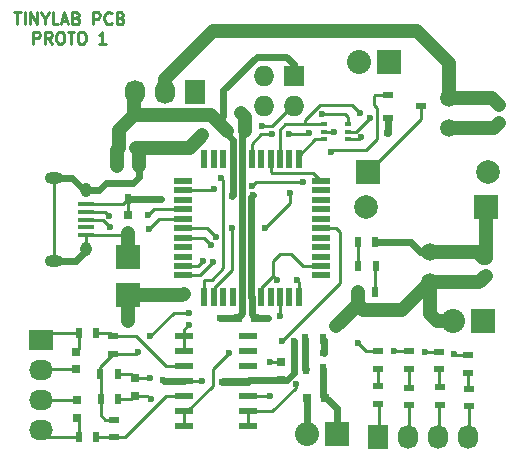
<source format=gbr>
G04 #@! TF.FileFunction,Copper,L1,Top,Signal*
%FSLAX46Y46*%
G04 Gerber Fmt 4.6, Leading zero omitted, Abs format (unit mm)*
G04 Created by KiCad (PCBNEW (2015-08-05 BZR 6055, Git fa29c62)-product) date 28/09/2015 12:51:56 PM*
%MOMM*%
G01*
G04 APERTURE LIST*
%ADD10C,0.100000*%
%ADD11C,0.250000*%
%ADD12R,0.750000X0.800000*%
%ADD13R,0.800000X0.750000*%
%ADD14C,1.501140*%
%ADD15C,1.998980*%
%ADD16R,1.998980X1.998980*%
%ADD17R,2.000000X2.000000*%
%ADD18R,1.600000X0.560000*%
%ADD19R,0.560000X1.600000*%
%ADD20R,2.032000X1.727200*%
%ADD21O,2.032000X1.727200*%
%ADD22R,1.350000X0.400000*%
%ADD23O,0.950000X1.250000*%
%ADD24O,1.550000X1.000000*%
%ADD25R,1.727200X2.032000*%
%ADD26O,1.727200X2.032000*%
%ADD27R,1.727200X1.727200*%
%ADD28O,1.727200X1.727200*%
%ADD29R,2.032000X2.032000*%
%ADD30O,2.032000X2.032000*%
%ADD31R,0.900000X0.600000*%
%ADD32R,0.500000X0.900000*%
%ADD33R,0.900000X0.500000*%
%ADD34R,0.600000X0.900000*%
%ADD35R,1.500000X0.600000*%
%ADD36R,0.508000X0.304800*%
%ADD37C,0.600000*%
%ADD38C,0.254000*%
%ADD39C,0.580000*%
%ADD40C,1.160000*%
G04 APERTURE END LIST*
D10*
D11*
X33988644Y-118352821D02*
X34560073Y-118352821D01*
X34274358Y-119352821D02*
X34274358Y-118352821D01*
X34893406Y-119352821D02*
X34893406Y-118352821D01*
X35369596Y-119352821D02*
X35369596Y-118352821D01*
X35941025Y-119352821D01*
X35941025Y-118352821D01*
X36607691Y-118876630D02*
X36607691Y-119352821D01*
X36274358Y-118352821D02*
X36607691Y-118876630D01*
X36941025Y-118352821D01*
X37750549Y-119352821D02*
X37274358Y-119352821D01*
X37274358Y-118352821D01*
X38036263Y-119067107D02*
X38512454Y-119067107D01*
X37941025Y-119352821D02*
X38274358Y-118352821D01*
X38607692Y-119352821D01*
X39274359Y-118829011D02*
X39417216Y-118876630D01*
X39464835Y-118924250D01*
X39512454Y-119019488D01*
X39512454Y-119162345D01*
X39464835Y-119257583D01*
X39417216Y-119305202D01*
X39321978Y-119352821D01*
X38941025Y-119352821D01*
X38941025Y-118352821D01*
X39274359Y-118352821D01*
X39369597Y-118400440D01*
X39417216Y-118448059D01*
X39464835Y-118543297D01*
X39464835Y-118638535D01*
X39417216Y-118733773D01*
X39369597Y-118781392D01*
X39274359Y-118829011D01*
X38941025Y-118829011D01*
X40702930Y-119352821D02*
X40702930Y-118352821D01*
X41083883Y-118352821D01*
X41179121Y-118400440D01*
X41226740Y-118448059D01*
X41274359Y-118543297D01*
X41274359Y-118686154D01*
X41226740Y-118781392D01*
X41179121Y-118829011D01*
X41083883Y-118876630D01*
X40702930Y-118876630D01*
X42274359Y-119257583D02*
X42226740Y-119305202D01*
X42083883Y-119352821D01*
X41988645Y-119352821D01*
X41845787Y-119305202D01*
X41750549Y-119209964D01*
X41702930Y-119114726D01*
X41655311Y-118924250D01*
X41655311Y-118781392D01*
X41702930Y-118590916D01*
X41750549Y-118495678D01*
X41845787Y-118400440D01*
X41988645Y-118352821D01*
X42083883Y-118352821D01*
X42226740Y-118400440D01*
X42274359Y-118448059D01*
X43036264Y-118829011D02*
X43179121Y-118876630D01*
X43226740Y-118924250D01*
X43274359Y-119019488D01*
X43274359Y-119162345D01*
X43226740Y-119257583D01*
X43179121Y-119305202D01*
X43083883Y-119352821D01*
X42702930Y-119352821D01*
X42702930Y-118352821D01*
X43036264Y-118352821D01*
X43131502Y-118400440D01*
X43179121Y-118448059D01*
X43226740Y-118543297D01*
X43226740Y-118638535D01*
X43179121Y-118733773D01*
X43131502Y-118781392D01*
X43036264Y-118829011D01*
X42702930Y-118829011D01*
X35631501Y-121002821D02*
X35631501Y-120002821D01*
X36012454Y-120002821D01*
X36107692Y-120050440D01*
X36155311Y-120098059D01*
X36202930Y-120193297D01*
X36202930Y-120336154D01*
X36155311Y-120431392D01*
X36107692Y-120479011D01*
X36012454Y-120526630D01*
X35631501Y-120526630D01*
X37202930Y-121002821D02*
X36869596Y-120526630D01*
X36631501Y-121002821D02*
X36631501Y-120002821D01*
X37012454Y-120002821D01*
X37107692Y-120050440D01*
X37155311Y-120098059D01*
X37202930Y-120193297D01*
X37202930Y-120336154D01*
X37155311Y-120431392D01*
X37107692Y-120479011D01*
X37012454Y-120526630D01*
X36631501Y-120526630D01*
X37821977Y-120002821D02*
X38012454Y-120002821D01*
X38107692Y-120050440D01*
X38202930Y-120145678D01*
X38250549Y-120336154D01*
X38250549Y-120669488D01*
X38202930Y-120859964D01*
X38107692Y-120955202D01*
X38012454Y-121002821D01*
X37821977Y-121002821D01*
X37726739Y-120955202D01*
X37631501Y-120859964D01*
X37583882Y-120669488D01*
X37583882Y-120336154D01*
X37631501Y-120145678D01*
X37726739Y-120050440D01*
X37821977Y-120002821D01*
X38536263Y-120002821D02*
X39107692Y-120002821D01*
X38821977Y-121002821D02*
X38821977Y-120002821D01*
X39631501Y-120002821D02*
X39821978Y-120002821D01*
X39917216Y-120050440D01*
X40012454Y-120145678D01*
X40060073Y-120336154D01*
X40060073Y-120669488D01*
X40012454Y-120859964D01*
X39917216Y-120955202D01*
X39821978Y-121002821D01*
X39631501Y-121002821D01*
X39536263Y-120955202D01*
X39441025Y-120859964D01*
X39393406Y-120669488D01*
X39393406Y-120336154D01*
X39441025Y-120145678D01*
X39536263Y-120050440D01*
X39631501Y-120002821D01*
X41774359Y-121002821D02*
X41202930Y-121002821D01*
X41488644Y-121002821D02*
X41488644Y-120002821D01*
X41393406Y-120145678D01*
X41298168Y-120240916D01*
X41202930Y-120288535D01*
D12*
X39319200Y-152682640D03*
X39319200Y-151182640D03*
X39278560Y-147088160D03*
X39278560Y-148588160D03*
X43682920Y-135526080D03*
X43682920Y-137026080D03*
D13*
X42864340Y-129816860D03*
X44364340Y-129816860D03*
D12*
X44226480Y-150805580D03*
X44226480Y-149305580D03*
D14*
X70855840Y-128137920D03*
X70855840Y-125597920D03*
D13*
X58795220Y-150964900D03*
X60295220Y-150964900D03*
D12*
X75072240Y-126224600D03*
X75072240Y-127724600D03*
X56596280Y-147961920D03*
X56596280Y-149461920D03*
D14*
X69230240Y-141175740D03*
X69230240Y-138635740D03*
D12*
X73941940Y-139143040D03*
X73941940Y-140643040D03*
D15*
X63820040Y-134800340D03*
D16*
X73980040Y-134800340D03*
D17*
X43665140Y-139105840D03*
X43665140Y-142305840D03*
D18*
X59977400Y-140626600D03*
X59977400Y-139826600D03*
X59977400Y-139026600D03*
X59977400Y-138226600D03*
X59977400Y-137426600D03*
X59977400Y-136626600D03*
X59977400Y-135826600D03*
X59977400Y-135026600D03*
X59977400Y-134226600D03*
X59977400Y-133426600D03*
X59977400Y-132626600D03*
D19*
X58127400Y-130776600D03*
X57327400Y-130776600D03*
X56527400Y-130776600D03*
X55727400Y-130776600D03*
X54927400Y-130776600D03*
X54127400Y-130776600D03*
X53327400Y-130776600D03*
X52527400Y-130776600D03*
X51727400Y-130776600D03*
X50927400Y-130776600D03*
X50127400Y-130776600D03*
D18*
X48277400Y-132626600D03*
X48277400Y-133426600D03*
X48277400Y-134226600D03*
X48277400Y-135026600D03*
X48277400Y-135826600D03*
X48277400Y-136626600D03*
X48277400Y-137426600D03*
X48277400Y-138226600D03*
X48277400Y-139026600D03*
X48277400Y-139826600D03*
X48277400Y-140626600D03*
D19*
X50127400Y-142476600D03*
X50927400Y-142476600D03*
X51727400Y-142476600D03*
X52527400Y-142476600D03*
X53327400Y-142476600D03*
X54127400Y-142476600D03*
X54927400Y-142476600D03*
X55727400Y-142476600D03*
X56527400Y-142476600D03*
X57327400Y-142476600D03*
X58127400Y-142476600D03*
D15*
X74117200Y-131899660D03*
D16*
X63957200Y-131899660D03*
D20*
X36258500Y-146100800D03*
D21*
X36258500Y-148640800D03*
X36258500Y-151180800D03*
X36258500Y-153720800D03*
D22*
X40127360Y-134599260D03*
X40127360Y-135249260D03*
X40127360Y-135899260D03*
X40127360Y-136549260D03*
X40127360Y-137199260D03*
D23*
X40127360Y-133399260D03*
X40127360Y-138399260D03*
D24*
X37427360Y-132399260D03*
X37427360Y-139399260D03*
D25*
X64861440Y-154310080D03*
D26*
X67401440Y-154310080D03*
X69941440Y-154310080D03*
X72481440Y-154310080D03*
D27*
X57718960Y-123718320D03*
D28*
X57718960Y-126258320D03*
X55178960Y-123718320D03*
X55178960Y-126258320D03*
D25*
X49342040Y-125089920D03*
D26*
X46802040Y-125089920D03*
X44262040Y-125089920D03*
D29*
X61328300Y-154012900D03*
D30*
X58788300Y-154012900D03*
D29*
X73741280Y-144505680D03*
D30*
X71201280Y-144505680D03*
D29*
X65714880Y-122570240D03*
D30*
X63174880Y-122570240D03*
D31*
X68435680Y-126309120D03*
X65635680Y-127259120D03*
X65635680Y-125359120D03*
D32*
X40983600Y-154289760D03*
X39483600Y-154289760D03*
X40968360Y-145481040D03*
X39468360Y-145481040D03*
D33*
X42484040Y-154338720D03*
X42484040Y-152838720D03*
X42400220Y-147272440D03*
X42400220Y-145772440D03*
D32*
X42827640Y-151102060D03*
X41327640Y-151102060D03*
X42771760Y-149009100D03*
X41271760Y-149009100D03*
D33*
X72517000Y-150209820D03*
X72517000Y-151709820D03*
X70081140Y-150059960D03*
X70081140Y-151559960D03*
X67487800Y-150133620D03*
X67487800Y-151633620D03*
X64823340Y-150019320D03*
X64823340Y-151519320D03*
X72478900Y-147352320D03*
X72478900Y-148852320D03*
X70004940Y-147088160D03*
X70004940Y-148588160D03*
X67449700Y-147047520D03*
X67449700Y-148547520D03*
X64785240Y-147009420D03*
X64785240Y-148509420D03*
D32*
X58673300Y-146011900D03*
X60173300Y-146011900D03*
X60198700Y-148577300D03*
X58698700Y-148577300D03*
X64608140Y-137822940D03*
X63108140Y-137822940D03*
X63146240Y-139816840D03*
X64646240Y-139816840D03*
X64608140Y-141988540D03*
X63108140Y-141988540D03*
D34*
X43642280Y-134191200D03*
X42692280Y-131391200D03*
X44592280Y-131391200D03*
D35*
X48417500Y-145770600D03*
X48417500Y-147040600D03*
X48417500Y-148310600D03*
X48417500Y-149580600D03*
X48417500Y-150850600D03*
X48417500Y-152120600D03*
X48417500Y-153390600D03*
X53817500Y-153390600D03*
X53817500Y-152120600D03*
X53817500Y-150850600D03*
X53817500Y-149580600D03*
X53817500Y-148310600D03*
X53817500Y-147040600D03*
X53817500Y-145770600D03*
D36*
X60243720Y-127838200D03*
X60243720Y-129108200D03*
X62275720Y-128473200D03*
X60243720Y-128473200D03*
X62275720Y-129108200D03*
X62275720Y-127838200D03*
D13*
X52036280Y-128427480D03*
X53536280Y-128427480D03*
X54445600Y-144200880D03*
X52945600Y-144200880D03*
D37*
X49890680Y-149565360D03*
X55636160Y-147949920D03*
X46583600Y-149489160D03*
X46431200Y-134172960D03*
X53213000Y-126862840D03*
X49946560Y-128727200D03*
X63261240Y-126908560D03*
X63362840Y-128930400D03*
X51450240Y-144231360D03*
X45496480Y-149270720D03*
X54218840Y-133852920D03*
X52466240Y-133868160D03*
X55544720Y-144200880D03*
X45577760Y-151079200D03*
X48381920Y-142179040D03*
X51628040Y-149618700D03*
X43665140Y-144449800D03*
X65603120Y-128579880D03*
X57708800Y-146177000D03*
X61305440Y-144912080D03*
X56306720Y-141046200D03*
X48823880Y-144795240D03*
X55707280Y-150850600D03*
X56687720Y-146212560D03*
X55859680Y-128635760D03*
X57246520Y-128625600D03*
X58968640Y-128595120D03*
X60071000Y-126959360D03*
X60858400Y-130210560D03*
X58440320Y-132730240D03*
X54193440Y-133014720D03*
X50942240Y-133278880D03*
X45326300Y-135536940D03*
X42057320Y-135559800D03*
X45453300Y-136692640D03*
X42092880Y-136486900D03*
X71241920Y-147243800D03*
X51099720Y-137353040D03*
X68813680Y-147106640D03*
X50678080Y-138054080D03*
X66212720Y-147050760D03*
X49982120Y-139420600D03*
X63113920Y-146324320D03*
X50881280Y-139476480D03*
X51551840Y-132344160D03*
X55011320Y-127955040D03*
X57383680Y-133664960D03*
X55265320Y-136585960D03*
X52491640Y-136652000D03*
X56509920Y-144028160D03*
X52202080Y-147177760D03*
X57952640Y-141041120D03*
X48828960Y-143804640D03*
X45557440Y-145796000D03*
X44500800Y-147096480D03*
X64119760Y-127284480D03*
X61132720Y-128452880D03*
X60192920Y-147203160D03*
X57876440Y-149839680D03*
D11*
X39483600Y-154289760D02*
X36827460Y-154289760D01*
X36827460Y-154289760D02*
X36258500Y-153720800D01*
X39483600Y-154289760D02*
X39483600Y-152847040D01*
X39483600Y-152847040D02*
X39319200Y-152682640D01*
X39319200Y-151182640D02*
X36260340Y-151182640D01*
X36260340Y-151182640D02*
X36258500Y-151180800D01*
X39468360Y-145481040D02*
X39468360Y-146898360D01*
X39468360Y-146898360D02*
X39278560Y-147088160D01*
X39468360Y-145481040D02*
X36878260Y-145481040D01*
X36878260Y-145481040D02*
X36258500Y-146100800D01*
X39278560Y-148588160D02*
X36311140Y-148588160D01*
X36311140Y-148588160D02*
X36258500Y-148640800D01*
D38*
X56596280Y-147961920D02*
X55648160Y-147961920D01*
X49875440Y-149580600D02*
X48417500Y-149580600D01*
X49890680Y-149565360D02*
X49875440Y-149580600D01*
X55648160Y-147961920D02*
X55636160Y-147949920D01*
D39*
X43642280Y-134191200D02*
X46412960Y-134191200D01*
X46675040Y-149580600D02*
X48417500Y-149580600D01*
X46583600Y-149489160D02*
X46675040Y-149580600D01*
X46412960Y-134191200D02*
X46431200Y-134172960D01*
D38*
X43682920Y-135526080D02*
X43682920Y-134231840D01*
X43682920Y-134231840D02*
X43642280Y-134191200D01*
X40127360Y-134599260D02*
X43234220Y-134599260D01*
X43234220Y-134599260D02*
X43642280Y-134191200D01*
X56527400Y-130776600D02*
X56527400Y-128277920D01*
X56967120Y-127838200D02*
X58643520Y-127838200D01*
X56527400Y-128277920D02*
X56967120Y-127838200D01*
D40*
X46370240Y-129804160D02*
X48869600Y-129804160D01*
X53536280Y-127186120D02*
X53536280Y-128427480D01*
X53213000Y-126862840D02*
X53536280Y-127186120D01*
X48869600Y-129804160D02*
X49946560Y-128727200D01*
D39*
X53327400Y-142476600D02*
X53327400Y-132359400D01*
X53327400Y-132359400D02*
X53327400Y-132267960D01*
X53327400Y-132267960D02*
X53327400Y-130796598D01*
X53327400Y-130796598D02*
X53307402Y-130776600D01*
X53307402Y-130776600D02*
X53327400Y-130776600D01*
X53327400Y-130776600D02*
X53327400Y-128636360D01*
X53327400Y-128636360D02*
X53536280Y-128427480D01*
D40*
X44592280Y-131391200D02*
X44592280Y-130044800D01*
X44592280Y-130044800D02*
X44364340Y-129816860D01*
X46410880Y-129804160D02*
X46370240Y-129804160D01*
X46370240Y-129804160D02*
X44377040Y-129804160D01*
X44377040Y-129804160D02*
X44364340Y-129816860D01*
X43665140Y-139105840D02*
X43665140Y-137043860D01*
X43665140Y-137043860D02*
X43682920Y-137026080D01*
D38*
X62585600Y-126232920D02*
X63261240Y-126908560D01*
X59877960Y-126232920D02*
X62585600Y-126232920D01*
X63185040Y-129108200D02*
X62275720Y-129108200D01*
X63362840Y-128930400D02*
X63185040Y-129108200D01*
X59888120Y-126232920D02*
X59877960Y-126232920D01*
X58643520Y-127467360D02*
X59877960Y-126232920D01*
X59877960Y-126232920D02*
X59888120Y-126232920D01*
X58643520Y-127838200D02*
X58643520Y-127467360D01*
X60243720Y-127838200D02*
X58643520Y-127838200D01*
X55178960Y-123718320D02*
X55158640Y-123718320D01*
X46398180Y-129816860D02*
X44364340Y-129816860D01*
X46410880Y-129804160D02*
X46398180Y-129816860D01*
D39*
X43665140Y-137043860D02*
X43682920Y-137026080D01*
D38*
X44592280Y-130044800D02*
X44364340Y-129816860D01*
X40127360Y-137199260D02*
X43509740Y-137199260D01*
X43509740Y-137199260D02*
X43682920Y-137026080D01*
X40127360Y-138399260D02*
X40127360Y-137199260D01*
X37427360Y-139399260D02*
X37427360Y-132399260D01*
D39*
X40127360Y-133399260D02*
X41190180Y-133399260D01*
X44592280Y-132313640D02*
X44592280Y-131391200D01*
X44094400Y-132811520D02*
X44592280Y-132313640D01*
X41777920Y-132811520D02*
X44094400Y-132811520D01*
X41190180Y-133399260D02*
X41777920Y-132811520D01*
X40127360Y-133399260D02*
X39942500Y-133399260D01*
X39942500Y-133399260D02*
X38942500Y-132399260D01*
X38942500Y-132399260D02*
X37427360Y-132399260D01*
X40127360Y-138399260D02*
X40127360Y-138505760D01*
X40127360Y-138505760D02*
X39233860Y-139399260D01*
X39233860Y-139399260D02*
X37427360Y-139399260D01*
X53327400Y-142476600D02*
X53327400Y-143819080D01*
X53327400Y-143819080D02*
X52945600Y-144200880D01*
X52945600Y-144200880D02*
X51480720Y-144200880D01*
X51480720Y-144200880D02*
X51450240Y-144231360D01*
D38*
X44226480Y-149305580D02*
X45461620Y-149305580D01*
X51450240Y-144231360D02*
X51480720Y-144200880D01*
X45461620Y-149305580D02*
X45496480Y-149270720D01*
X52945600Y-144200880D02*
X52945600Y-144000920D01*
X52945600Y-144000920D02*
X53327400Y-143619120D01*
X53327400Y-143619120D02*
X53327400Y-142476600D01*
D11*
X42771760Y-149009100D02*
X43930000Y-149009100D01*
X43930000Y-149009100D02*
X44226480Y-149305580D01*
D39*
X52527400Y-130776600D02*
X52527400Y-133807000D01*
X54107402Y-133964358D02*
X54107402Y-142476600D01*
X54218840Y-133852920D02*
X54107402Y-133964358D01*
X52527400Y-133807000D02*
X52466240Y-133868160D01*
X54107402Y-142476600D02*
X54127400Y-142476600D01*
X54107402Y-142476600D02*
X54127400Y-142476600D01*
D40*
X42692280Y-131391200D02*
X42692280Y-129988920D01*
X42692280Y-129988920D02*
X42864340Y-129816860D01*
X52036280Y-128427480D02*
X52036280Y-128419160D01*
X52036280Y-128419160D02*
X51257200Y-127640080D01*
D39*
X52036280Y-128427480D02*
X52036280Y-128652840D01*
X52036280Y-128652840D02*
X52527400Y-129143960D01*
X52527400Y-129143960D02*
X52527400Y-130776600D01*
X57718960Y-123718320D02*
X57718960Y-122763280D01*
X57718960Y-122763280D02*
X57058560Y-122102880D01*
X57058560Y-122102880D02*
X54538880Y-122102880D01*
X54538880Y-122102880D02*
X51734720Y-124907040D01*
X51734720Y-124907040D02*
X51734720Y-127162560D01*
X51734720Y-127162560D02*
X51257200Y-127640080D01*
D40*
X44145200Y-127071120D02*
X50688240Y-127071120D01*
X50688240Y-127071120D02*
X51257200Y-127640080D01*
X42864340Y-129816860D02*
X42864340Y-128351980D01*
X42864340Y-128351980D02*
X44145200Y-127071120D01*
X44145200Y-127071120D02*
X44145200Y-125206760D01*
X44145200Y-125206760D02*
X44262040Y-125089920D01*
D38*
X51734720Y-124907040D02*
X51734720Y-128117600D01*
X54538880Y-122102880D02*
X51734720Y-124907040D01*
X57058560Y-122102880D02*
X54538880Y-122102880D01*
X57718960Y-122763280D02*
X57058560Y-122102880D01*
D39*
X50688240Y-127071120D02*
X51734720Y-128117600D01*
X42864340Y-128351980D02*
X44145200Y-127071120D01*
X44145200Y-127071120D02*
X44262040Y-126954280D01*
X44262040Y-126954280D02*
X44262040Y-125089920D01*
D38*
X42692280Y-129988920D02*
X42864340Y-129816860D01*
D39*
X54127400Y-142476600D02*
X54127400Y-143882680D01*
X54127400Y-143882680D02*
X54445600Y-144200880D01*
X54445600Y-144200880D02*
X55544720Y-144200880D01*
D38*
X44226480Y-150805580D02*
X45304140Y-150805580D01*
X45304140Y-150805580D02*
X45577760Y-151079200D01*
X54445600Y-144200880D02*
X54234080Y-144200880D01*
X54234080Y-144200880D02*
X54127400Y-144094200D01*
X54127400Y-144094200D02*
X54127400Y-142476600D01*
D11*
X42827640Y-151102060D02*
X43930000Y-151102060D01*
X43930000Y-151102060D02*
X44226480Y-150805580D01*
D40*
X70855840Y-125597920D02*
X74445560Y-125597920D01*
X74445560Y-125597920D02*
X75072240Y-126224600D01*
X46802040Y-125089920D02*
X46802040Y-123987560D01*
X70855840Y-122646440D02*
X70855840Y-125597920D01*
X68112640Y-119903240D02*
X70855840Y-122646440D01*
X50886360Y-119903240D02*
X68112640Y-119903240D01*
X46802040Y-123987560D02*
X50886360Y-119903240D01*
D38*
X74445560Y-125597920D02*
X75072240Y-126224600D01*
D39*
X58795220Y-150964900D02*
X58795220Y-154005980D01*
X58795220Y-154005980D02*
X58788300Y-154012900D01*
D38*
X58788300Y-154012900D02*
X58788300Y-150971820D01*
X58788300Y-150971820D02*
X58795220Y-150964900D01*
D39*
X60295220Y-150964900D02*
X60439300Y-150964900D01*
X60439300Y-150964900D02*
X61328300Y-151853900D01*
X61328300Y-151853900D02*
X61328300Y-154012900D01*
X60198700Y-148577300D02*
X60198700Y-150868380D01*
X60198700Y-150868380D02*
X60295220Y-150964900D01*
D38*
X60198700Y-150868380D02*
X60295220Y-150964900D01*
X60286900Y-150956580D02*
X60295220Y-150964900D01*
X60439300Y-150964900D02*
X61328300Y-151853900D01*
X61328300Y-151853900D02*
X61328300Y-154012900D01*
D39*
X56596280Y-149461920D02*
X57106120Y-149461920D01*
X57106120Y-149461920D02*
X57708800Y-148859240D01*
X51628040Y-149618700D02*
X53779400Y-149618700D01*
X53779400Y-149618700D02*
X53936180Y-149461920D01*
X53936180Y-149461920D02*
X56596280Y-149461920D01*
X56596280Y-149461920D02*
X53936180Y-149461920D01*
X53936180Y-149461920D02*
X53817500Y-149580600D01*
D40*
X43665140Y-142305840D02*
X48255120Y-142305840D01*
X48255120Y-142305840D02*
X48381920Y-142179040D01*
D39*
X48255120Y-142305840D02*
X48381920Y-142179040D01*
D38*
X53817500Y-149580600D02*
X56477600Y-149580600D01*
X56477600Y-149580600D02*
X56596280Y-149461920D01*
D40*
X43665140Y-142305840D02*
X43665140Y-144449800D01*
D39*
X51666140Y-149580600D02*
X53817500Y-149580600D01*
X51628040Y-149618700D02*
X51666140Y-149580600D01*
X57708800Y-148859240D02*
X57708800Y-146177000D01*
X65603120Y-128579880D02*
X65635680Y-128547320D01*
D40*
X63108140Y-143109380D02*
X63108140Y-143080040D01*
X61305440Y-144912080D02*
X63108140Y-143109380D01*
X63108140Y-141988540D02*
X63108140Y-143080040D01*
X63108140Y-143080040D02*
X63553340Y-143525240D01*
X63553340Y-143525240D02*
X66880740Y-143525240D01*
X66880740Y-143525240D02*
X69230240Y-141175740D01*
X69230240Y-141175740D02*
X73409240Y-141175740D01*
X73409240Y-141175740D02*
X73941940Y-140643040D01*
X71201280Y-144505680D02*
X69829680Y-144505680D01*
X69829680Y-144505680D02*
X69230240Y-143906240D01*
X69230240Y-143906240D02*
X69230240Y-141175740D01*
D39*
X69230240Y-141175740D02*
X66880740Y-143525240D01*
X66880740Y-143525240D02*
X63553340Y-143525240D01*
X63553340Y-143525240D02*
X63108140Y-143080040D01*
X73409240Y-141175740D02*
X73941940Y-140643040D01*
X69230240Y-143906240D02*
X69230240Y-141175740D01*
X69829680Y-144505680D02*
X69230240Y-143906240D01*
D38*
X63108140Y-141988540D02*
X62923420Y-141988540D01*
D40*
X70855840Y-128137920D02*
X74658920Y-128137920D01*
X74658920Y-128137920D02*
X75072240Y-127724600D01*
D39*
X65635680Y-128547320D02*
X65635680Y-127259120D01*
D38*
X74658920Y-128137920D02*
X75072240Y-127724600D01*
X73409240Y-141175740D02*
X73941940Y-140643040D01*
X63553340Y-143525240D02*
X66880740Y-143525240D01*
X63108140Y-143080040D02*
X63553340Y-143525240D01*
X63108140Y-141988540D02*
X63108140Y-143080040D01*
D40*
X73941940Y-139143040D02*
X73727880Y-139143040D01*
X73727880Y-139143040D02*
X73220580Y-138635740D01*
X73220580Y-138635740D02*
X69230240Y-138635740D01*
X73941940Y-139143040D02*
X73941940Y-134838440D01*
X73941940Y-134838440D02*
X73980040Y-134800340D01*
D39*
X73941940Y-134838440D02*
X73980040Y-134800340D01*
X64608140Y-137822940D02*
X67579240Y-137822940D01*
X67579240Y-137822940D02*
X68392040Y-138635740D01*
X68392040Y-138635740D02*
X69230240Y-138635740D01*
X73727880Y-139143040D02*
X73220580Y-138635740D01*
X73220580Y-138635740D02*
X69230240Y-138635740D01*
D38*
X73941940Y-134838440D02*
X73980040Y-134800340D01*
X69230240Y-138635740D02*
X73434640Y-138635740D01*
X73434640Y-138635740D02*
X73941940Y-139143040D01*
X69230240Y-138635740D02*
X68392040Y-138635740D01*
X68392040Y-138635740D02*
X67579240Y-137822940D01*
X68435680Y-126309120D02*
X68435680Y-127421180D01*
X68435680Y-127421180D02*
X63957200Y-131899660D01*
X48417500Y-145770600D02*
X48417500Y-145201620D01*
X56047640Y-140787120D02*
X55849520Y-140787120D01*
X56306720Y-141046200D02*
X56047640Y-140787120D01*
X48417500Y-145201620D02*
X48823880Y-144795240D01*
X54927400Y-142476600D02*
X54927400Y-141709240D01*
X54927400Y-141709240D02*
X55849520Y-140787120D01*
X55849520Y-140787120D02*
X55902860Y-140733780D01*
X55902860Y-140733780D02*
X55902860Y-139423140D01*
X55902860Y-139423140D02*
X56512460Y-138813540D01*
X56512460Y-138813540D02*
X57419240Y-138813540D01*
X57419240Y-138813540D02*
X58432300Y-139826600D01*
X58432300Y-139826600D02*
X59977400Y-139826600D01*
X48417500Y-145770600D02*
X48854360Y-145770600D01*
X48417500Y-147040600D02*
X48417500Y-145770600D01*
X59977400Y-136626600D02*
X61300360Y-136626600D01*
X55707280Y-150850600D02*
X53817500Y-150850600D01*
X61610240Y-141290040D02*
X56687720Y-146212560D01*
X61610240Y-136936480D02*
X61610240Y-141290040D01*
X61300360Y-136626600D02*
X61610240Y-136936480D01*
X55727400Y-130776600D02*
X55727400Y-131846120D01*
X59339360Y-131988560D02*
X59977400Y-132626600D01*
X55869840Y-131988560D02*
X59339360Y-131988560D01*
X55727400Y-131846120D02*
X55869840Y-131988560D01*
X58127400Y-130776600D02*
X58127400Y-130487920D01*
X58127400Y-130487920D02*
X59507120Y-129108200D01*
X59507120Y-129108200D02*
X60243720Y-129108200D01*
X62275720Y-127838200D02*
X62275720Y-127213360D01*
X54127400Y-129479040D02*
X54127400Y-130776600D01*
X54935120Y-128671320D02*
X54127400Y-129479040D01*
X55824120Y-128671320D02*
X54935120Y-128671320D01*
X55859680Y-128635760D02*
X55824120Y-128671320D01*
X58938160Y-128625600D02*
X57246520Y-128625600D01*
X58968640Y-128595120D02*
X58938160Y-128625600D01*
X62021720Y-126959360D02*
X60071000Y-126959360D01*
X62275720Y-127213360D02*
X62021720Y-126959360D01*
X48277400Y-133426600D02*
X50794520Y-133426600D01*
X64597320Y-125359120D02*
X65635680Y-125359120D01*
X64490600Y-125465840D02*
X64597320Y-125359120D01*
X64490600Y-126171960D02*
X64490600Y-125465840D01*
X64759840Y-126441200D02*
X64490600Y-126171960D01*
X64759840Y-128117600D02*
X64759840Y-126441200D01*
X64698880Y-128178560D02*
X64759840Y-128117600D01*
X64698880Y-129092960D02*
X64698880Y-128178560D01*
X63799720Y-129992120D02*
X64698880Y-129092960D01*
X61076840Y-129992120D02*
X63799720Y-129992120D01*
X60858400Y-130210560D02*
X61076840Y-129992120D01*
X54477920Y-132730240D02*
X58440320Y-132730240D01*
X54193440Y-133014720D02*
X54477920Y-132730240D01*
X50794520Y-133426600D02*
X50942240Y-133278880D01*
X40127360Y-135249260D02*
X41746780Y-135249260D01*
X45836640Y-135026600D02*
X48277400Y-135026600D01*
X45326300Y-135536940D02*
X45836640Y-135026600D01*
X41746780Y-135249260D02*
X42057320Y-135559800D01*
X40127360Y-135899260D02*
X41505240Y-135899260D01*
X46319340Y-135826600D02*
X48277400Y-135826600D01*
X45453300Y-136692640D02*
X46319340Y-135826600D01*
X41505240Y-135899260D02*
X42092880Y-136486900D01*
X48277400Y-136626600D02*
X50373280Y-136626600D01*
X71350440Y-147352320D02*
X72478900Y-147352320D01*
X71241920Y-147243800D02*
X71350440Y-147352320D01*
X50373280Y-136626600D02*
X51099720Y-137353040D01*
X48277400Y-137426600D02*
X50050600Y-137426600D01*
X68832160Y-147088160D02*
X70004940Y-147088160D01*
X68813680Y-147106640D02*
X68832160Y-147088160D01*
X50050600Y-137426600D02*
X50678080Y-138054080D01*
X48277400Y-139826600D02*
X49576120Y-139826600D01*
X66215960Y-147047520D02*
X67449700Y-147047520D01*
X66212720Y-147050760D02*
X66215960Y-147047520D01*
X49576120Y-139826600D02*
X49982120Y-139420600D01*
X48277400Y-140626600D02*
X49731160Y-140626600D01*
X63799020Y-147009420D02*
X64785240Y-147009420D01*
X63113920Y-146324320D02*
X63799020Y-147009420D01*
X49731160Y-140626600D02*
X50881280Y-139476480D01*
X57718960Y-126258320D02*
X57546240Y-126258320D01*
X57546240Y-126258320D02*
X55849520Y-127955040D01*
X50127400Y-141007600D02*
X50127400Y-142476600D01*
X50149760Y-140985240D02*
X50127400Y-141007600D01*
X50764440Y-140985240D02*
X50149760Y-140985240D01*
X51739800Y-140009880D02*
X50764440Y-140985240D01*
X51739800Y-132532120D02*
X51739800Y-140009880D01*
X51551840Y-132344160D02*
X51739800Y-132532120D01*
X55849520Y-127955040D02*
X55011320Y-127955040D01*
X50927400Y-142476600D02*
X50927400Y-141731600D01*
X50927400Y-141731600D02*
X52496720Y-140162280D01*
X57383680Y-134467600D02*
X57383680Y-133664960D01*
X55265320Y-136585960D02*
X57383680Y-134467600D01*
X52496720Y-136657080D02*
X52491640Y-136652000D01*
X52496720Y-140162280D02*
X52496720Y-136657080D01*
X50927400Y-142476600D02*
X50927400Y-141696040D01*
X50927400Y-142476600D02*
X50927400Y-141716360D01*
X48417500Y-152120600D02*
X48686720Y-152120600D01*
X48686720Y-152120600D02*
X50820320Y-149987000D01*
X56527400Y-144010680D02*
X56527400Y-142476600D01*
X56509920Y-144028160D02*
X56527400Y-144010680D01*
X50820320Y-148559520D02*
X52202080Y-147177760D01*
X50820320Y-149987000D02*
X50820320Y-148559520D01*
X48417500Y-153390600D02*
X48417500Y-152120600D01*
X42400220Y-147272440D02*
X44324840Y-147272440D01*
X58127400Y-141215880D02*
X58127400Y-142476600D01*
X57952640Y-141041120D02*
X58127400Y-141215880D01*
X47548800Y-143804640D02*
X48828960Y-143804640D01*
X45557440Y-145796000D02*
X47548800Y-143804640D01*
X44324840Y-147272440D02*
X44500800Y-147096480D01*
X58196480Y-142407520D02*
X58127400Y-142476600D01*
D11*
X41271760Y-149009100D02*
X41271760Y-148400900D01*
X41271760Y-148400900D02*
X42400220Y-147272440D01*
X41327640Y-151102060D02*
X41327640Y-149064980D01*
X41327640Y-149064980D02*
X41271760Y-149009100D01*
X42484040Y-152838720D02*
X41728960Y-152838720D01*
X41327640Y-152437400D02*
X41327640Y-151102060D01*
X41728960Y-152838720D02*
X41327640Y-152437400D01*
D38*
X64897000Y-153995120D02*
X64897000Y-151592980D01*
X64897000Y-151592980D02*
X64823340Y-151519320D01*
X67437000Y-151684420D02*
X67487800Y-151633620D01*
X67437000Y-153995120D02*
X67437000Y-151684420D01*
X69977000Y-153995120D02*
X69977000Y-151664100D01*
X69977000Y-151664100D02*
X70081140Y-151559960D01*
X72517000Y-153995120D02*
X72517000Y-151709820D01*
X62931040Y-128473200D02*
X64119760Y-127284480D01*
X62275720Y-128473200D02*
X62931040Y-128473200D01*
X60243720Y-128473200D02*
X61112400Y-128473200D01*
X61112400Y-128473200D02*
X61132720Y-128452880D01*
D11*
X42484040Y-154338720D02*
X43387580Y-154338720D01*
X46875700Y-150850600D02*
X48417500Y-150850600D01*
X43387580Y-154338720D02*
X46875700Y-150850600D01*
X40983600Y-154289760D02*
X42435080Y-154289760D01*
X42435080Y-154289760D02*
X42484040Y-154338720D01*
X42400220Y-145772440D02*
X44345160Y-145772440D01*
X46883320Y-148310600D02*
X48417500Y-148310600D01*
X44345160Y-145772440D02*
X46883320Y-148310600D01*
X40968360Y-145481040D02*
X42108820Y-145481040D01*
X42108820Y-145481040D02*
X42400220Y-145772440D01*
D38*
X72478900Y-148852320D02*
X72478900Y-150171720D01*
X72478900Y-150171720D02*
X72517000Y-150209820D01*
X70004940Y-148588160D02*
X70004940Y-149983760D01*
X70004940Y-149983760D02*
X70081140Y-150059960D01*
X67449700Y-148547520D02*
X67449700Y-150095520D01*
X67449700Y-150095520D02*
X67487800Y-150133620D01*
X64785240Y-148509420D02*
X64785240Y-149981220D01*
X64785240Y-149981220D02*
X64823340Y-150019320D01*
D39*
X58673300Y-146011900D02*
X58673300Y-148551900D01*
X58673300Y-148551900D02*
X58698700Y-148577300D01*
D38*
X58673300Y-148551900D02*
X58698700Y-148577300D01*
X53817500Y-152120600D02*
X55874920Y-152120600D01*
X60223400Y-147203160D02*
X60223400Y-147218400D01*
X60192920Y-147203160D02*
X60223400Y-147203160D01*
X57876440Y-150119080D02*
X57876440Y-149839680D01*
X55874920Y-152120600D02*
X57876440Y-150119080D01*
D39*
X60223400Y-147218400D02*
X60223400Y-146062000D01*
X60223400Y-146062000D02*
X60173300Y-146011900D01*
D38*
X53817500Y-153390600D02*
X53817500Y-152120600D01*
X53817500Y-152120600D02*
X53893700Y-152044400D01*
X60223400Y-147218400D02*
X60173300Y-147168300D01*
X60173300Y-147168300D02*
X60173300Y-146011900D01*
X63146240Y-139816840D02*
X63146240Y-137861040D01*
X63146240Y-137861040D02*
X63108140Y-137822940D01*
X64608140Y-141988540D02*
X64608140Y-139854940D01*
X64608140Y-139854940D02*
X64646240Y-139816840D01*
M02*

</source>
